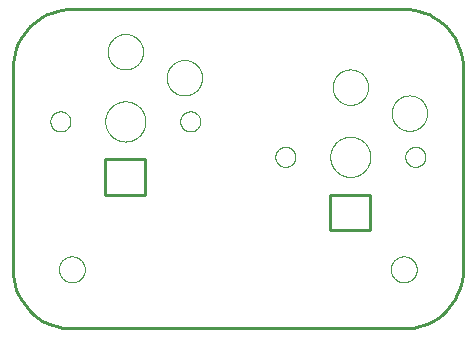
<source format=gko>
G04 EAGLE Gerber RS-274X export*
G75*
%MOMM*%
%FSLAX34Y34*%
%LPD*%
%INBoard Outline*%
%IPPOS*%
%AMOC8*
5,1,8,0,0,1.08239X$1,22.5*%
G01*
G04 Define Apertures*
%ADD10C,0.000000*%
%ADD11C,0.254000*%
D10*
X-151500Y-125250D02*
X-151497Y-124980D01*
X-151487Y-124710D01*
X-151470Y-124441D01*
X-151447Y-124172D01*
X-151417Y-123903D01*
X-151381Y-123636D01*
X-151338Y-123369D01*
X-151289Y-123104D01*
X-151233Y-122840D01*
X-151170Y-122577D01*
X-151102Y-122316D01*
X-151026Y-122057D01*
X-150945Y-121800D01*
X-150857Y-121544D01*
X-150763Y-121291D01*
X-150663Y-121040D01*
X-150556Y-120792D01*
X-150444Y-120547D01*
X-150325Y-120304D01*
X-150201Y-120065D01*
X-150071Y-119828D01*
X-149935Y-119595D01*
X-149793Y-119365D01*
X-149646Y-119139D01*
X-149493Y-118916D01*
X-149335Y-118697D01*
X-149172Y-118482D01*
X-149003Y-118272D01*
X-148829Y-118065D01*
X-148650Y-117863D01*
X-148467Y-117665D01*
X-148278Y-117472D01*
X-148085Y-117283D01*
X-147887Y-117100D01*
X-147685Y-116921D01*
X-147478Y-116747D01*
X-147268Y-116578D01*
X-147053Y-116415D01*
X-146834Y-116257D01*
X-146611Y-116104D01*
X-146385Y-115957D01*
X-146155Y-115815D01*
X-145922Y-115679D01*
X-145685Y-115549D01*
X-145446Y-115425D01*
X-145203Y-115306D01*
X-144958Y-115194D01*
X-144710Y-115087D01*
X-144459Y-114987D01*
X-144206Y-114893D01*
X-143950Y-114805D01*
X-143693Y-114724D01*
X-143434Y-114648D01*
X-143173Y-114580D01*
X-142910Y-114517D01*
X-142646Y-114461D01*
X-142381Y-114412D01*
X-142114Y-114369D01*
X-141847Y-114333D01*
X-141578Y-114303D01*
X-141309Y-114280D01*
X-141040Y-114263D01*
X-140770Y-114253D01*
X-140500Y-114250D01*
X-140230Y-114253D01*
X-139960Y-114263D01*
X-139691Y-114280D01*
X-139422Y-114303D01*
X-139153Y-114333D01*
X-138886Y-114369D01*
X-138619Y-114412D01*
X-138354Y-114461D01*
X-138090Y-114517D01*
X-137827Y-114580D01*
X-137566Y-114648D01*
X-137307Y-114724D01*
X-137050Y-114805D01*
X-136794Y-114893D01*
X-136541Y-114987D01*
X-136290Y-115087D01*
X-136042Y-115194D01*
X-135797Y-115306D01*
X-135554Y-115425D01*
X-135315Y-115549D01*
X-135078Y-115679D01*
X-134845Y-115815D01*
X-134615Y-115957D01*
X-134389Y-116104D01*
X-134166Y-116257D01*
X-133947Y-116415D01*
X-133732Y-116578D01*
X-133522Y-116747D01*
X-133315Y-116921D01*
X-133113Y-117100D01*
X-132915Y-117283D01*
X-132722Y-117472D01*
X-132533Y-117665D01*
X-132350Y-117863D01*
X-132171Y-118065D01*
X-131997Y-118272D01*
X-131828Y-118482D01*
X-131665Y-118697D01*
X-131507Y-118916D01*
X-131354Y-119139D01*
X-131207Y-119365D01*
X-131065Y-119595D01*
X-130929Y-119828D01*
X-130799Y-120065D01*
X-130675Y-120304D01*
X-130556Y-120547D01*
X-130444Y-120792D01*
X-130337Y-121040D01*
X-130237Y-121291D01*
X-130143Y-121544D01*
X-130055Y-121800D01*
X-129974Y-122057D01*
X-129898Y-122316D01*
X-129830Y-122577D01*
X-129767Y-122840D01*
X-129711Y-123104D01*
X-129662Y-123369D01*
X-129619Y-123636D01*
X-129583Y-123903D01*
X-129553Y-124172D01*
X-129530Y-124441D01*
X-129513Y-124710D01*
X-129503Y-124980D01*
X-129500Y-125250D01*
X-129503Y-125520D01*
X-129513Y-125790D01*
X-129530Y-126059D01*
X-129553Y-126328D01*
X-129583Y-126597D01*
X-129619Y-126864D01*
X-129662Y-127131D01*
X-129711Y-127396D01*
X-129767Y-127660D01*
X-129830Y-127923D01*
X-129898Y-128184D01*
X-129974Y-128443D01*
X-130055Y-128700D01*
X-130143Y-128956D01*
X-130237Y-129209D01*
X-130337Y-129460D01*
X-130444Y-129708D01*
X-130556Y-129953D01*
X-130675Y-130196D01*
X-130799Y-130435D01*
X-130929Y-130672D01*
X-131065Y-130905D01*
X-131207Y-131135D01*
X-131354Y-131361D01*
X-131507Y-131584D01*
X-131665Y-131803D01*
X-131828Y-132018D01*
X-131997Y-132228D01*
X-132171Y-132435D01*
X-132350Y-132637D01*
X-132533Y-132835D01*
X-132722Y-133028D01*
X-132915Y-133217D01*
X-133113Y-133400D01*
X-133315Y-133579D01*
X-133522Y-133753D01*
X-133732Y-133922D01*
X-133947Y-134085D01*
X-134166Y-134243D01*
X-134389Y-134396D01*
X-134615Y-134543D01*
X-134845Y-134685D01*
X-135078Y-134821D01*
X-135315Y-134951D01*
X-135554Y-135075D01*
X-135797Y-135194D01*
X-136042Y-135306D01*
X-136290Y-135413D01*
X-136541Y-135513D01*
X-136794Y-135607D01*
X-137050Y-135695D01*
X-137307Y-135776D01*
X-137566Y-135852D01*
X-137827Y-135920D01*
X-138090Y-135983D01*
X-138354Y-136039D01*
X-138619Y-136088D01*
X-138886Y-136131D01*
X-139153Y-136167D01*
X-139422Y-136197D01*
X-139691Y-136220D01*
X-139960Y-136237D01*
X-140230Y-136247D01*
X-140500Y-136250D01*
X-140770Y-136247D01*
X-141040Y-136237D01*
X-141309Y-136220D01*
X-141578Y-136197D01*
X-141847Y-136167D01*
X-142114Y-136131D01*
X-142381Y-136088D01*
X-142646Y-136039D01*
X-142910Y-135983D01*
X-143173Y-135920D01*
X-143434Y-135852D01*
X-143693Y-135776D01*
X-143950Y-135695D01*
X-144206Y-135607D01*
X-144459Y-135513D01*
X-144710Y-135413D01*
X-144958Y-135306D01*
X-145203Y-135194D01*
X-145446Y-135075D01*
X-145685Y-134951D01*
X-145922Y-134821D01*
X-146155Y-134685D01*
X-146385Y-134543D01*
X-146611Y-134396D01*
X-146834Y-134243D01*
X-147053Y-134085D01*
X-147268Y-133922D01*
X-147478Y-133753D01*
X-147685Y-133579D01*
X-147887Y-133400D01*
X-148085Y-133217D01*
X-148278Y-133028D01*
X-148467Y-132835D01*
X-148650Y-132637D01*
X-148829Y-132435D01*
X-149003Y-132228D01*
X-149172Y-132018D01*
X-149335Y-131803D01*
X-149493Y-131584D01*
X-149646Y-131361D01*
X-149793Y-131135D01*
X-149935Y-130905D01*
X-150071Y-130672D01*
X-150201Y-130435D01*
X-150325Y-130196D01*
X-150444Y-129953D01*
X-150556Y-129708D01*
X-150663Y-129460D01*
X-150763Y-129209D01*
X-150857Y-128956D01*
X-150945Y-128700D01*
X-151026Y-128443D01*
X-151102Y-128184D01*
X-151170Y-127923D01*
X-151233Y-127660D01*
X-151289Y-127396D01*
X-151338Y-127131D01*
X-151381Y-126864D01*
X-151417Y-126597D01*
X-151447Y-126328D01*
X-151470Y-126059D01*
X-151487Y-125790D01*
X-151497Y-125520D01*
X-151500Y-125250D01*
X129500Y-125250D02*
X129503Y-124980D01*
X129513Y-124710D01*
X129530Y-124441D01*
X129553Y-124172D01*
X129583Y-123903D01*
X129619Y-123636D01*
X129662Y-123369D01*
X129711Y-123104D01*
X129767Y-122840D01*
X129830Y-122577D01*
X129898Y-122316D01*
X129974Y-122057D01*
X130055Y-121800D01*
X130143Y-121544D01*
X130237Y-121291D01*
X130337Y-121040D01*
X130444Y-120792D01*
X130556Y-120547D01*
X130675Y-120304D01*
X130799Y-120065D01*
X130929Y-119828D01*
X131065Y-119595D01*
X131207Y-119365D01*
X131354Y-119139D01*
X131507Y-118916D01*
X131665Y-118697D01*
X131828Y-118482D01*
X131997Y-118272D01*
X132171Y-118065D01*
X132350Y-117863D01*
X132533Y-117665D01*
X132722Y-117472D01*
X132915Y-117283D01*
X133113Y-117100D01*
X133315Y-116921D01*
X133522Y-116747D01*
X133732Y-116578D01*
X133947Y-116415D01*
X134166Y-116257D01*
X134389Y-116104D01*
X134615Y-115957D01*
X134845Y-115815D01*
X135078Y-115679D01*
X135315Y-115549D01*
X135554Y-115425D01*
X135797Y-115306D01*
X136042Y-115194D01*
X136290Y-115087D01*
X136541Y-114987D01*
X136794Y-114893D01*
X137050Y-114805D01*
X137307Y-114724D01*
X137566Y-114648D01*
X137827Y-114580D01*
X138090Y-114517D01*
X138354Y-114461D01*
X138619Y-114412D01*
X138886Y-114369D01*
X139153Y-114333D01*
X139422Y-114303D01*
X139691Y-114280D01*
X139960Y-114263D01*
X140230Y-114253D01*
X140500Y-114250D01*
X140770Y-114253D01*
X141040Y-114263D01*
X141309Y-114280D01*
X141578Y-114303D01*
X141847Y-114333D01*
X142114Y-114369D01*
X142381Y-114412D01*
X142646Y-114461D01*
X142910Y-114517D01*
X143173Y-114580D01*
X143434Y-114648D01*
X143693Y-114724D01*
X143950Y-114805D01*
X144206Y-114893D01*
X144459Y-114987D01*
X144710Y-115087D01*
X144958Y-115194D01*
X145203Y-115306D01*
X145446Y-115425D01*
X145685Y-115549D01*
X145922Y-115679D01*
X146155Y-115815D01*
X146385Y-115957D01*
X146611Y-116104D01*
X146834Y-116257D01*
X147053Y-116415D01*
X147268Y-116578D01*
X147478Y-116747D01*
X147685Y-116921D01*
X147887Y-117100D01*
X148085Y-117283D01*
X148278Y-117472D01*
X148467Y-117665D01*
X148650Y-117863D01*
X148829Y-118065D01*
X149003Y-118272D01*
X149172Y-118482D01*
X149335Y-118697D01*
X149493Y-118916D01*
X149646Y-119139D01*
X149793Y-119365D01*
X149935Y-119595D01*
X150071Y-119828D01*
X150201Y-120065D01*
X150325Y-120304D01*
X150444Y-120547D01*
X150556Y-120792D01*
X150663Y-121040D01*
X150763Y-121291D01*
X150857Y-121544D01*
X150945Y-121800D01*
X151026Y-122057D01*
X151102Y-122316D01*
X151170Y-122577D01*
X151233Y-122840D01*
X151289Y-123104D01*
X151338Y-123369D01*
X151381Y-123636D01*
X151417Y-123903D01*
X151447Y-124172D01*
X151470Y-124441D01*
X151487Y-124710D01*
X151497Y-124980D01*
X151500Y-125250D01*
X151497Y-125520D01*
X151487Y-125790D01*
X151470Y-126059D01*
X151447Y-126328D01*
X151417Y-126597D01*
X151381Y-126864D01*
X151338Y-127131D01*
X151289Y-127396D01*
X151233Y-127660D01*
X151170Y-127923D01*
X151102Y-128184D01*
X151026Y-128443D01*
X150945Y-128700D01*
X150857Y-128956D01*
X150763Y-129209D01*
X150663Y-129460D01*
X150556Y-129708D01*
X150444Y-129953D01*
X150325Y-130196D01*
X150201Y-130435D01*
X150071Y-130672D01*
X149935Y-130905D01*
X149793Y-131135D01*
X149646Y-131361D01*
X149493Y-131584D01*
X149335Y-131803D01*
X149172Y-132018D01*
X149003Y-132228D01*
X148829Y-132435D01*
X148650Y-132637D01*
X148467Y-132835D01*
X148278Y-133028D01*
X148085Y-133217D01*
X147887Y-133400D01*
X147685Y-133579D01*
X147478Y-133753D01*
X147268Y-133922D01*
X147053Y-134085D01*
X146834Y-134243D01*
X146611Y-134396D01*
X146385Y-134543D01*
X146155Y-134685D01*
X145922Y-134821D01*
X145685Y-134951D01*
X145446Y-135075D01*
X145203Y-135194D01*
X144958Y-135306D01*
X144710Y-135413D01*
X144459Y-135513D01*
X144206Y-135607D01*
X143950Y-135695D01*
X143693Y-135776D01*
X143434Y-135852D01*
X143173Y-135920D01*
X142910Y-135983D01*
X142646Y-136039D01*
X142381Y-136088D01*
X142114Y-136131D01*
X141847Y-136167D01*
X141578Y-136197D01*
X141309Y-136220D01*
X141040Y-136237D01*
X140770Y-136247D01*
X140500Y-136250D01*
X140230Y-136247D01*
X139960Y-136237D01*
X139691Y-136220D01*
X139422Y-136197D01*
X139153Y-136167D01*
X138886Y-136131D01*
X138619Y-136088D01*
X138354Y-136039D01*
X138090Y-135983D01*
X137827Y-135920D01*
X137566Y-135852D01*
X137307Y-135776D01*
X137050Y-135695D01*
X136794Y-135607D01*
X136541Y-135513D01*
X136290Y-135413D01*
X136042Y-135306D01*
X135797Y-135194D01*
X135554Y-135075D01*
X135315Y-134951D01*
X135078Y-134821D01*
X134845Y-134685D01*
X134615Y-134543D01*
X134389Y-134396D01*
X134166Y-134243D01*
X133947Y-134085D01*
X133732Y-133922D01*
X133522Y-133753D01*
X133315Y-133579D01*
X133113Y-133400D01*
X132915Y-133217D01*
X132722Y-133028D01*
X132533Y-132835D01*
X132350Y-132637D01*
X132171Y-132435D01*
X131997Y-132228D01*
X131828Y-132018D01*
X131665Y-131803D01*
X131507Y-131584D01*
X131354Y-131361D01*
X131207Y-131135D01*
X131065Y-130905D01*
X130929Y-130672D01*
X130799Y-130435D01*
X130675Y-130196D01*
X130556Y-129953D01*
X130444Y-129708D01*
X130337Y-129460D01*
X130237Y-129209D01*
X130143Y-128956D01*
X130055Y-128700D01*
X129974Y-128443D01*
X129898Y-128184D01*
X129830Y-127923D01*
X129767Y-127660D01*
X129711Y-127396D01*
X129662Y-127131D01*
X129619Y-126864D01*
X129583Y-126597D01*
X129553Y-126328D01*
X129530Y-126059D01*
X129513Y-125790D01*
X129503Y-125520D01*
X129500Y-125250D01*
X-140500Y95250D02*
X-141708Y95235D01*
X-142916Y95192D01*
X-144122Y95119D01*
X-145326Y95017D01*
X-146527Y94885D01*
X-147724Y94725D01*
X-148918Y94536D01*
X-150106Y94319D01*
X-151289Y94072D01*
X-152466Y93797D01*
X-153635Y93494D01*
X-154797Y93162D01*
X-155951Y92803D01*
X-157095Y92416D01*
X-158230Y92001D01*
X-159355Y91559D01*
X-160468Y91090D01*
X-161570Y90594D01*
X-162660Y90071D01*
X-163736Y89523D01*
X-164799Y88948D01*
X-165848Y88348D01*
X-166882Y87723D01*
X-167901Y87074D01*
X-168903Y86399D01*
X-169889Y85701D01*
X-170858Y84979D01*
X-171809Y84234D01*
X-172742Y83466D01*
X-173656Y82676D01*
X-174551Y81863D01*
X-175426Y81030D01*
X-176280Y80176D01*
X-177113Y79301D01*
X-177926Y78406D01*
X-178716Y77492D01*
X-179484Y76559D01*
X-180229Y75608D01*
X-180951Y74639D01*
X-181649Y73653D01*
X-182324Y72651D01*
X-182973Y71632D01*
X-183598Y70598D01*
X-184198Y69549D01*
X-184773Y68486D01*
X-185321Y67410D01*
X-185844Y66320D01*
X-186340Y65218D01*
X-186809Y64105D01*
X-187251Y62980D01*
X-187666Y61845D01*
X-188053Y60701D01*
X-188412Y59547D01*
X-188744Y58385D01*
X-189047Y57216D01*
X-189322Y56039D01*
X-189569Y54856D01*
X-189786Y53668D01*
X-189975Y52474D01*
X-190135Y51277D01*
X-190267Y50076D01*
X-190369Y48872D01*
X-190442Y47666D01*
X-190485Y46458D01*
X-190500Y45250D01*
X-190500Y-125250D01*
X-190485Y-126458D01*
X-190442Y-127666D01*
X-190369Y-128872D01*
X-190267Y-130076D01*
X-190135Y-131277D01*
X-189975Y-132474D01*
X-189786Y-133668D01*
X-189569Y-134856D01*
X-189322Y-136039D01*
X-189047Y-137216D01*
X-188744Y-138385D01*
X-188412Y-139547D01*
X-188053Y-140701D01*
X-187666Y-141845D01*
X-187251Y-142980D01*
X-186809Y-144105D01*
X-186340Y-145218D01*
X-185844Y-146320D01*
X-185321Y-147410D01*
X-184773Y-148486D01*
X-184198Y-149549D01*
X-183598Y-150598D01*
X-182973Y-151632D01*
X-182324Y-152651D01*
X-181649Y-153653D01*
X-180951Y-154639D01*
X-180229Y-155608D01*
X-179484Y-156559D01*
X-178716Y-157492D01*
X-177926Y-158406D01*
X-177113Y-159301D01*
X-176280Y-160176D01*
X-175426Y-161030D01*
X-174551Y-161863D01*
X-173656Y-162676D01*
X-172742Y-163466D01*
X-171809Y-164234D01*
X-170858Y-164979D01*
X-169889Y-165701D01*
X-168903Y-166399D01*
X-167901Y-167074D01*
X-166882Y-167723D01*
X-165848Y-168348D01*
X-164799Y-168948D01*
X-163736Y-169523D01*
X-162660Y-170071D01*
X-161570Y-170594D01*
X-160468Y-171090D01*
X-159355Y-171559D01*
X-158230Y-172001D01*
X-157095Y-172416D01*
X-155951Y-172803D01*
X-154797Y-173162D01*
X-153635Y-173494D01*
X-152466Y-173797D01*
X-151289Y-174072D01*
X-150106Y-174319D01*
X-148918Y-174536D01*
X-147724Y-174725D01*
X-146527Y-174885D01*
X-145326Y-175017D01*
X-144122Y-175119D01*
X-142916Y-175192D01*
X-141708Y-175235D01*
X-140500Y-175250D01*
X140500Y-175250D01*
X141708Y-175235D01*
X142916Y-175192D01*
X144122Y-175119D01*
X145326Y-175017D01*
X146527Y-174885D01*
X147724Y-174725D01*
X148918Y-174536D01*
X150106Y-174319D01*
X151289Y-174072D01*
X152466Y-173797D01*
X153635Y-173494D01*
X154797Y-173162D01*
X155951Y-172803D01*
X157095Y-172416D01*
X158230Y-172001D01*
X159355Y-171559D01*
X160468Y-171090D01*
X161570Y-170594D01*
X162660Y-170071D01*
X163736Y-169523D01*
X164799Y-168948D01*
X165848Y-168348D01*
X166882Y-167723D01*
X167901Y-167074D01*
X168903Y-166399D01*
X169889Y-165701D01*
X170858Y-164979D01*
X171809Y-164234D01*
X172742Y-163466D01*
X173656Y-162676D01*
X174551Y-161863D01*
X175426Y-161030D01*
X176280Y-160176D01*
X177113Y-159301D01*
X177926Y-158406D01*
X178716Y-157492D01*
X179484Y-156559D01*
X180229Y-155608D01*
X180951Y-154639D01*
X181649Y-153653D01*
X182324Y-152651D01*
X182973Y-151632D01*
X183598Y-150598D01*
X184198Y-149549D01*
X184773Y-148486D01*
X185321Y-147410D01*
X185844Y-146320D01*
X186340Y-145218D01*
X186809Y-144105D01*
X187251Y-142980D01*
X187666Y-141845D01*
X188053Y-140701D01*
X188412Y-139547D01*
X188744Y-138385D01*
X189047Y-137216D01*
X189322Y-136039D01*
X189569Y-134856D01*
X189786Y-133668D01*
X189975Y-132474D01*
X190135Y-131277D01*
X190267Y-130076D01*
X190369Y-128872D01*
X190442Y-127666D01*
X190485Y-126458D01*
X190500Y-125250D01*
X190500Y45250D01*
X190485Y46458D01*
X190442Y47666D01*
X190369Y48872D01*
X190267Y50076D01*
X190135Y51277D01*
X189975Y52474D01*
X189786Y53668D01*
X189569Y54856D01*
X189322Y56039D01*
X189047Y57216D01*
X188744Y58385D01*
X188412Y59547D01*
X188053Y60701D01*
X187666Y61845D01*
X187251Y62980D01*
X186809Y64105D01*
X186340Y65218D01*
X185844Y66320D01*
X185321Y67410D01*
X184773Y68486D01*
X184198Y69549D01*
X183598Y70598D01*
X182973Y71632D01*
X182324Y72651D01*
X181649Y73653D01*
X180951Y74639D01*
X180229Y75608D01*
X179484Y76559D01*
X178716Y77492D01*
X177926Y78406D01*
X177113Y79301D01*
X176280Y80176D01*
X175426Y81030D01*
X174551Y81863D01*
X173656Y82676D01*
X172742Y83466D01*
X171809Y84234D01*
X170858Y84979D01*
X169889Y85701D01*
X168903Y86399D01*
X167901Y87074D01*
X166882Y87723D01*
X165848Y88348D01*
X164799Y88948D01*
X163736Y89523D01*
X162660Y90071D01*
X161570Y90594D01*
X160468Y91090D01*
X159355Y91559D01*
X158230Y92001D01*
X157095Y92416D01*
X155951Y92803D01*
X154797Y93162D01*
X153635Y93494D01*
X152466Y93797D01*
X151289Y94072D01*
X150106Y94319D01*
X148918Y94536D01*
X147724Y94725D01*
X146527Y94885D01*
X145326Y95017D01*
X144122Y95119D01*
X142916Y95192D01*
X141708Y95235D01*
X140500Y95250D01*
X-140500Y95250D01*
X-112250Y-32000D02*
X-78250Y-32000D01*
X-112250Y-32000D02*
X-112250Y-62000D01*
X-78250Y-62000D01*
X-78250Y-32000D01*
X78250Y-62000D02*
X112250Y-62000D01*
X78250Y-62000D02*
X78250Y-92000D01*
X112250Y-92000D01*
X112250Y-62000D01*
X-112250Y0D02*
X-112245Y417D01*
X-112230Y834D01*
X-112204Y1251D01*
X-112168Y1666D01*
X-112122Y2081D01*
X-112066Y2494D01*
X-112000Y2906D01*
X-111923Y3317D01*
X-111837Y3725D01*
X-111741Y4131D01*
X-111634Y4534D01*
X-111518Y4935D01*
X-111392Y5333D01*
X-111256Y5727D01*
X-111111Y6118D01*
X-110956Y6506D01*
X-110792Y6889D01*
X-110618Y7268D01*
X-110435Y7643D01*
X-110243Y8014D01*
X-110041Y8379D01*
X-109831Y8740D01*
X-109613Y9095D01*
X-109385Y9445D01*
X-109149Y9789D01*
X-108905Y10127D01*
X-108652Y10459D01*
X-108391Y10785D01*
X-108123Y11104D01*
X-107846Y11417D01*
X-107562Y11722D01*
X-107271Y12021D01*
X-106972Y12312D01*
X-106667Y12596D01*
X-106354Y12873D01*
X-106035Y13141D01*
X-105709Y13402D01*
X-105377Y13655D01*
X-105039Y13899D01*
X-104695Y14135D01*
X-104345Y14363D01*
X-103990Y14581D01*
X-103629Y14791D01*
X-103264Y14993D01*
X-102893Y15185D01*
X-102518Y15368D01*
X-102139Y15542D01*
X-101756Y15706D01*
X-101368Y15861D01*
X-100977Y16006D01*
X-100583Y16142D01*
X-100185Y16268D01*
X-99784Y16384D01*
X-99381Y16491D01*
X-98975Y16587D01*
X-98567Y16673D01*
X-98156Y16750D01*
X-97744Y16816D01*
X-97331Y16872D01*
X-96916Y16918D01*
X-96501Y16954D01*
X-96084Y16980D01*
X-95667Y16995D01*
X-95250Y17000D01*
X-94833Y16995D01*
X-94416Y16980D01*
X-93999Y16954D01*
X-93584Y16918D01*
X-93169Y16872D01*
X-92756Y16816D01*
X-92344Y16750D01*
X-91933Y16673D01*
X-91525Y16587D01*
X-91119Y16491D01*
X-90716Y16384D01*
X-90315Y16268D01*
X-89917Y16142D01*
X-89523Y16006D01*
X-89132Y15861D01*
X-88744Y15706D01*
X-88361Y15542D01*
X-87982Y15368D01*
X-87607Y15185D01*
X-87236Y14993D01*
X-86871Y14791D01*
X-86510Y14581D01*
X-86155Y14363D01*
X-85805Y14135D01*
X-85461Y13899D01*
X-85123Y13655D01*
X-84791Y13402D01*
X-84465Y13141D01*
X-84146Y12873D01*
X-83833Y12596D01*
X-83528Y12312D01*
X-83229Y12021D01*
X-82938Y11722D01*
X-82654Y11417D01*
X-82377Y11104D01*
X-82109Y10785D01*
X-81848Y10459D01*
X-81595Y10127D01*
X-81351Y9789D01*
X-81115Y9445D01*
X-80887Y9095D01*
X-80669Y8740D01*
X-80459Y8379D01*
X-80257Y8014D01*
X-80065Y7643D01*
X-79882Y7268D01*
X-79708Y6889D01*
X-79544Y6506D01*
X-79389Y6118D01*
X-79244Y5727D01*
X-79108Y5333D01*
X-78982Y4935D01*
X-78866Y4534D01*
X-78759Y4131D01*
X-78663Y3725D01*
X-78577Y3317D01*
X-78500Y2906D01*
X-78434Y2494D01*
X-78378Y2081D01*
X-78332Y1666D01*
X-78296Y1251D01*
X-78270Y834D01*
X-78255Y417D01*
X-78250Y0D01*
X-78255Y-417D01*
X-78270Y-834D01*
X-78296Y-1251D01*
X-78332Y-1666D01*
X-78378Y-2081D01*
X-78434Y-2494D01*
X-78500Y-2906D01*
X-78577Y-3317D01*
X-78663Y-3725D01*
X-78759Y-4131D01*
X-78866Y-4534D01*
X-78982Y-4935D01*
X-79108Y-5333D01*
X-79244Y-5727D01*
X-79389Y-6118D01*
X-79544Y-6506D01*
X-79708Y-6889D01*
X-79882Y-7268D01*
X-80065Y-7643D01*
X-80257Y-8014D01*
X-80459Y-8379D01*
X-80669Y-8740D01*
X-80887Y-9095D01*
X-81115Y-9445D01*
X-81351Y-9789D01*
X-81595Y-10127D01*
X-81848Y-10459D01*
X-82109Y-10785D01*
X-82377Y-11104D01*
X-82654Y-11417D01*
X-82938Y-11722D01*
X-83229Y-12021D01*
X-83528Y-12312D01*
X-83833Y-12596D01*
X-84146Y-12873D01*
X-84465Y-13141D01*
X-84791Y-13402D01*
X-85123Y-13655D01*
X-85461Y-13899D01*
X-85805Y-14135D01*
X-86155Y-14363D01*
X-86510Y-14581D01*
X-86871Y-14791D01*
X-87236Y-14993D01*
X-87607Y-15185D01*
X-87982Y-15368D01*
X-88361Y-15542D01*
X-88744Y-15706D01*
X-89132Y-15861D01*
X-89523Y-16006D01*
X-89917Y-16142D01*
X-90315Y-16268D01*
X-90716Y-16384D01*
X-91119Y-16491D01*
X-91525Y-16587D01*
X-91933Y-16673D01*
X-92344Y-16750D01*
X-92756Y-16816D01*
X-93169Y-16872D01*
X-93584Y-16918D01*
X-93999Y-16954D01*
X-94416Y-16980D01*
X-94833Y-16995D01*
X-95250Y-17000D01*
X-95667Y-16995D01*
X-96084Y-16980D01*
X-96501Y-16954D01*
X-96916Y-16918D01*
X-97331Y-16872D01*
X-97744Y-16816D01*
X-98156Y-16750D01*
X-98567Y-16673D01*
X-98975Y-16587D01*
X-99381Y-16491D01*
X-99784Y-16384D01*
X-100185Y-16268D01*
X-100583Y-16142D01*
X-100977Y-16006D01*
X-101368Y-15861D01*
X-101756Y-15706D01*
X-102139Y-15542D01*
X-102518Y-15368D01*
X-102893Y-15185D01*
X-103264Y-14993D01*
X-103629Y-14791D01*
X-103990Y-14581D01*
X-104345Y-14363D01*
X-104695Y-14135D01*
X-105039Y-13899D01*
X-105377Y-13655D01*
X-105709Y-13402D01*
X-106035Y-13141D01*
X-106354Y-12873D01*
X-106667Y-12596D01*
X-106972Y-12312D01*
X-107271Y-12021D01*
X-107562Y-11722D01*
X-107846Y-11417D01*
X-108123Y-11104D01*
X-108391Y-10785D01*
X-108652Y-10459D01*
X-108905Y-10127D01*
X-109149Y-9789D01*
X-109385Y-9445D01*
X-109613Y-9095D01*
X-109831Y-8740D01*
X-110041Y-8379D01*
X-110243Y-8014D01*
X-110435Y-7643D01*
X-110618Y-7268D01*
X-110792Y-6889D01*
X-110956Y-6506D01*
X-111111Y-6118D01*
X-111256Y-5727D01*
X-111392Y-5333D01*
X-111518Y-4935D01*
X-111634Y-4534D01*
X-111741Y-4131D01*
X-111837Y-3725D01*
X-111923Y-3317D01*
X-112000Y-2906D01*
X-112066Y-2494D01*
X-112122Y-2081D01*
X-112168Y-1666D01*
X-112204Y-1251D01*
X-112230Y-834D01*
X-112245Y-417D01*
X-112250Y0D01*
X-158750Y0D02*
X-158747Y209D01*
X-158740Y417D01*
X-158727Y625D01*
X-158709Y833D01*
X-158686Y1040D01*
X-158658Y1247D01*
X-158625Y1453D01*
X-158587Y1658D01*
X-158543Y1862D01*
X-158495Y2065D01*
X-158442Y2267D01*
X-158384Y2467D01*
X-158321Y2666D01*
X-158253Y2864D01*
X-158180Y3059D01*
X-158103Y3253D01*
X-158021Y3445D01*
X-157934Y3634D01*
X-157842Y3822D01*
X-157746Y4007D01*
X-157646Y4190D01*
X-157541Y4370D01*
X-157431Y4547D01*
X-157317Y4722D01*
X-157199Y4894D01*
X-157077Y5063D01*
X-156951Y5229D01*
X-156821Y5392D01*
X-156686Y5552D01*
X-156548Y5708D01*
X-156406Y5861D01*
X-156260Y6010D01*
X-156111Y6156D01*
X-155958Y6298D01*
X-155802Y6436D01*
X-155642Y6571D01*
X-155479Y6701D01*
X-155313Y6827D01*
X-155144Y6949D01*
X-154972Y7067D01*
X-154797Y7181D01*
X-154620Y7291D01*
X-154440Y7396D01*
X-154257Y7496D01*
X-154072Y7592D01*
X-153884Y7684D01*
X-153695Y7771D01*
X-153503Y7853D01*
X-153309Y7930D01*
X-153114Y8003D01*
X-152916Y8071D01*
X-152717Y8134D01*
X-152517Y8192D01*
X-152315Y8245D01*
X-152112Y8293D01*
X-151908Y8337D01*
X-151703Y8375D01*
X-151497Y8408D01*
X-151290Y8436D01*
X-151083Y8459D01*
X-150875Y8477D01*
X-150667Y8490D01*
X-150459Y8497D01*
X-150250Y8500D01*
X-150041Y8497D01*
X-149833Y8490D01*
X-149625Y8477D01*
X-149417Y8459D01*
X-149210Y8436D01*
X-149003Y8408D01*
X-148797Y8375D01*
X-148592Y8337D01*
X-148388Y8293D01*
X-148185Y8245D01*
X-147983Y8192D01*
X-147783Y8134D01*
X-147584Y8071D01*
X-147386Y8003D01*
X-147191Y7930D01*
X-146997Y7853D01*
X-146805Y7771D01*
X-146616Y7684D01*
X-146428Y7592D01*
X-146243Y7496D01*
X-146060Y7396D01*
X-145880Y7291D01*
X-145703Y7181D01*
X-145528Y7067D01*
X-145356Y6949D01*
X-145187Y6827D01*
X-145021Y6701D01*
X-144858Y6571D01*
X-144698Y6436D01*
X-144542Y6298D01*
X-144389Y6156D01*
X-144240Y6010D01*
X-144094Y5861D01*
X-143952Y5708D01*
X-143814Y5552D01*
X-143679Y5392D01*
X-143549Y5229D01*
X-143423Y5063D01*
X-143301Y4894D01*
X-143183Y4722D01*
X-143069Y4547D01*
X-142959Y4370D01*
X-142854Y4190D01*
X-142754Y4007D01*
X-142658Y3822D01*
X-142566Y3634D01*
X-142479Y3445D01*
X-142397Y3253D01*
X-142320Y3059D01*
X-142247Y2864D01*
X-142179Y2666D01*
X-142116Y2467D01*
X-142058Y2267D01*
X-142005Y2065D01*
X-141957Y1862D01*
X-141913Y1658D01*
X-141875Y1453D01*
X-141842Y1247D01*
X-141814Y1040D01*
X-141791Y833D01*
X-141773Y625D01*
X-141760Y417D01*
X-141753Y209D01*
X-141750Y0D01*
X-141753Y-209D01*
X-141760Y-417D01*
X-141773Y-625D01*
X-141791Y-833D01*
X-141814Y-1040D01*
X-141842Y-1247D01*
X-141875Y-1453D01*
X-141913Y-1658D01*
X-141957Y-1862D01*
X-142005Y-2065D01*
X-142058Y-2267D01*
X-142116Y-2467D01*
X-142179Y-2666D01*
X-142247Y-2864D01*
X-142320Y-3059D01*
X-142397Y-3253D01*
X-142479Y-3445D01*
X-142566Y-3634D01*
X-142658Y-3822D01*
X-142754Y-4007D01*
X-142854Y-4190D01*
X-142959Y-4370D01*
X-143069Y-4547D01*
X-143183Y-4722D01*
X-143301Y-4894D01*
X-143423Y-5063D01*
X-143549Y-5229D01*
X-143679Y-5392D01*
X-143814Y-5552D01*
X-143952Y-5708D01*
X-144094Y-5861D01*
X-144240Y-6010D01*
X-144389Y-6156D01*
X-144542Y-6298D01*
X-144698Y-6436D01*
X-144858Y-6571D01*
X-145021Y-6701D01*
X-145187Y-6827D01*
X-145356Y-6949D01*
X-145528Y-7067D01*
X-145703Y-7181D01*
X-145880Y-7291D01*
X-146060Y-7396D01*
X-146243Y-7496D01*
X-146428Y-7592D01*
X-146616Y-7684D01*
X-146805Y-7771D01*
X-146997Y-7853D01*
X-147191Y-7930D01*
X-147386Y-8003D01*
X-147584Y-8071D01*
X-147783Y-8134D01*
X-147983Y-8192D01*
X-148185Y-8245D01*
X-148388Y-8293D01*
X-148592Y-8337D01*
X-148797Y-8375D01*
X-149003Y-8408D01*
X-149210Y-8436D01*
X-149417Y-8459D01*
X-149625Y-8477D01*
X-149833Y-8490D01*
X-150041Y-8497D01*
X-150250Y-8500D01*
X-150459Y-8497D01*
X-150667Y-8490D01*
X-150875Y-8477D01*
X-151083Y-8459D01*
X-151290Y-8436D01*
X-151497Y-8408D01*
X-151703Y-8375D01*
X-151908Y-8337D01*
X-152112Y-8293D01*
X-152315Y-8245D01*
X-152517Y-8192D01*
X-152717Y-8134D01*
X-152916Y-8071D01*
X-153114Y-8003D01*
X-153309Y-7930D01*
X-153503Y-7853D01*
X-153695Y-7771D01*
X-153884Y-7684D01*
X-154072Y-7592D01*
X-154257Y-7496D01*
X-154440Y-7396D01*
X-154620Y-7291D01*
X-154797Y-7181D01*
X-154972Y-7067D01*
X-155144Y-6949D01*
X-155313Y-6827D01*
X-155479Y-6701D01*
X-155642Y-6571D01*
X-155802Y-6436D01*
X-155958Y-6298D01*
X-156111Y-6156D01*
X-156260Y-6010D01*
X-156406Y-5861D01*
X-156548Y-5708D01*
X-156686Y-5552D01*
X-156821Y-5392D01*
X-156951Y-5229D01*
X-157077Y-5063D01*
X-157199Y-4894D01*
X-157317Y-4722D01*
X-157431Y-4547D01*
X-157541Y-4370D01*
X-157646Y-4190D01*
X-157746Y-4007D01*
X-157842Y-3822D01*
X-157934Y-3634D01*
X-158021Y-3445D01*
X-158103Y-3253D01*
X-158180Y-3059D01*
X-158253Y-2864D01*
X-158321Y-2666D01*
X-158384Y-2467D01*
X-158442Y-2267D01*
X-158495Y-2065D01*
X-158543Y-1862D01*
X-158587Y-1658D01*
X-158625Y-1453D01*
X-158658Y-1247D01*
X-158686Y-1040D01*
X-158709Y-833D01*
X-158727Y-625D01*
X-158740Y-417D01*
X-158747Y-209D01*
X-158750Y0D01*
X-48750Y0D02*
X-48747Y209D01*
X-48740Y417D01*
X-48727Y625D01*
X-48709Y833D01*
X-48686Y1040D01*
X-48658Y1247D01*
X-48625Y1453D01*
X-48587Y1658D01*
X-48543Y1862D01*
X-48495Y2065D01*
X-48442Y2267D01*
X-48384Y2467D01*
X-48321Y2666D01*
X-48253Y2864D01*
X-48180Y3059D01*
X-48103Y3253D01*
X-48021Y3445D01*
X-47934Y3634D01*
X-47842Y3822D01*
X-47746Y4007D01*
X-47646Y4190D01*
X-47541Y4370D01*
X-47431Y4547D01*
X-47317Y4722D01*
X-47199Y4894D01*
X-47077Y5063D01*
X-46951Y5229D01*
X-46821Y5392D01*
X-46686Y5552D01*
X-46548Y5708D01*
X-46406Y5861D01*
X-46260Y6010D01*
X-46111Y6156D01*
X-45958Y6298D01*
X-45802Y6436D01*
X-45642Y6571D01*
X-45479Y6701D01*
X-45313Y6827D01*
X-45144Y6949D01*
X-44972Y7067D01*
X-44797Y7181D01*
X-44620Y7291D01*
X-44440Y7396D01*
X-44257Y7496D01*
X-44072Y7592D01*
X-43884Y7684D01*
X-43695Y7771D01*
X-43503Y7853D01*
X-43309Y7930D01*
X-43114Y8003D01*
X-42916Y8071D01*
X-42717Y8134D01*
X-42517Y8192D01*
X-42315Y8245D01*
X-42112Y8293D01*
X-41908Y8337D01*
X-41703Y8375D01*
X-41497Y8408D01*
X-41290Y8436D01*
X-41083Y8459D01*
X-40875Y8477D01*
X-40667Y8490D01*
X-40459Y8497D01*
X-40250Y8500D01*
X-40041Y8497D01*
X-39833Y8490D01*
X-39625Y8477D01*
X-39417Y8459D01*
X-39210Y8436D01*
X-39003Y8408D01*
X-38797Y8375D01*
X-38592Y8337D01*
X-38388Y8293D01*
X-38185Y8245D01*
X-37983Y8192D01*
X-37783Y8134D01*
X-37584Y8071D01*
X-37386Y8003D01*
X-37191Y7930D01*
X-36997Y7853D01*
X-36805Y7771D01*
X-36616Y7684D01*
X-36428Y7592D01*
X-36243Y7496D01*
X-36060Y7396D01*
X-35880Y7291D01*
X-35703Y7181D01*
X-35528Y7067D01*
X-35356Y6949D01*
X-35187Y6827D01*
X-35021Y6701D01*
X-34858Y6571D01*
X-34698Y6436D01*
X-34542Y6298D01*
X-34389Y6156D01*
X-34240Y6010D01*
X-34094Y5861D01*
X-33952Y5708D01*
X-33814Y5552D01*
X-33679Y5392D01*
X-33549Y5229D01*
X-33423Y5063D01*
X-33301Y4894D01*
X-33183Y4722D01*
X-33069Y4547D01*
X-32959Y4370D01*
X-32854Y4190D01*
X-32754Y4007D01*
X-32658Y3822D01*
X-32566Y3634D01*
X-32479Y3445D01*
X-32397Y3253D01*
X-32320Y3059D01*
X-32247Y2864D01*
X-32179Y2666D01*
X-32116Y2467D01*
X-32058Y2267D01*
X-32005Y2065D01*
X-31957Y1862D01*
X-31913Y1658D01*
X-31875Y1453D01*
X-31842Y1247D01*
X-31814Y1040D01*
X-31791Y833D01*
X-31773Y625D01*
X-31760Y417D01*
X-31753Y209D01*
X-31750Y0D01*
X-31753Y-209D01*
X-31760Y-417D01*
X-31773Y-625D01*
X-31791Y-833D01*
X-31814Y-1040D01*
X-31842Y-1247D01*
X-31875Y-1453D01*
X-31913Y-1658D01*
X-31957Y-1862D01*
X-32005Y-2065D01*
X-32058Y-2267D01*
X-32116Y-2467D01*
X-32179Y-2666D01*
X-32247Y-2864D01*
X-32320Y-3059D01*
X-32397Y-3253D01*
X-32479Y-3445D01*
X-32566Y-3634D01*
X-32658Y-3822D01*
X-32754Y-4007D01*
X-32854Y-4190D01*
X-32959Y-4370D01*
X-33069Y-4547D01*
X-33183Y-4722D01*
X-33301Y-4894D01*
X-33423Y-5063D01*
X-33549Y-5229D01*
X-33679Y-5392D01*
X-33814Y-5552D01*
X-33952Y-5708D01*
X-34094Y-5861D01*
X-34240Y-6010D01*
X-34389Y-6156D01*
X-34542Y-6298D01*
X-34698Y-6436D01*
X-34858Y-6571D01*
X-35021Y-6701D01*
X-35187Y-6827D01*
X-35356Y-6949D01*
X-35528Y-7067D01*
X-35703Y-7181D01*
X-35880Y-7291D01*
X-36060Y-7396D01*
X-36243Y-7496D01*
X-36428Y-7592D01*
X-36616Y-7684D01*
X-36805Y-7771D01*
X-36997Y-7853D01*
X-37191Y-7930D01*
X-37386Y-8003D01*
X-37584Y-8071D01*
X-37783Y-8134D01*
X-37983Y-8192D01*
X-38185Y-8245D01*
X-38388Y-8293D01*
X-38592Y-8337D01*
X-38797Y-8375D01*
X-39003Y-8408D01*
X-39210Y-8436D01*
X-39417Y-8459D01*
X-39625Y-8477D01*
X-39833Y-8490D01*
X-40041Y-8497D01*
X-40250Y-8500D01*
X-40459Y-8497D01*
X-40667Y-8490D01*
X-40875Y-8477D01*
X-41083Y-8459D01*
X-41290Y-8436D01*
X-41497Y-8408D01*
X-41703Y-8375D01*
X-41908Y-8337D01*
X-42112Y-8293D01*
X-42315Y-8245D01*
X-42517Y-8192D01*
X-42717Y-8134D01*
X-42916Y-8071D01*
X-43114Y-8003D01*
X-43309Y-7930D01*
X-43503Y-7853D01*
X-43695Y-7771D01*
X-43884Y-7684D01*
X-44072Y-7592D01*
X-44257Y-7496D01*
X-44440Y-7396D01*
X-44620Y-7291D01*
X-44797Y-7181D01*
X-44972Y-7067D01*
X-45144Y-6949D01*
X-45313Y-6827D01*
X-45479Y-6701D01*
X-45642Y-6571D01*
X-45802Y-6436D01*
X-45958Y-6298D01*
X-46111Y-6156D01*
X-46260Y-6010D01*
X-46406Y-5861D01*
X-46548Y-5708D01*
X-46686Y-5552D01*
X-46821Y-5392D01*
X-46951Y-5229D01*
X-47077Y-5063D01*
X-47199Y-4894D01*
X-47317Y-4722D01*
X-47431Y-4547D01*
X-47541Y-4370D01*
X-47646Y-4190D01*
X-47746Y-4007D01*
X-47842Y-3822D01*
X-47934Y-3634D01*
X-48021Y-3445D01*
X-48103Y-3253D01*
X-48180Y-3059D01*
X-48253Y-2864D01*
X-48321Y-2666D01*
X-48384Y-2467D01*
X-48442Y-2267D01*
X-48495Y-2065D01*
X-48543Y-1862D01*
X-48587Y-1658D01*
X-48625Y-1453D01*
X-48658Y-1247D01*
X-48686Y-1040D01*
X-48709Y-833D01*
X-48727Y-625D01*
X-48740Y-417D01*
X-48747Y-209D01*
X-48750Y0D01*
X-60250Y37000D02*
X-60245Y37368D01*
X-60232Y37736D01*
X-60209Y38103D01*
X-60178Y38470D01*
X-60137Y38836D01*
X-60088Y39201D01*
X-60029Y39564D01*
X-59962Y39926D01*
X-59886Y40287D01*
X-59800Y40645D01*
X-59707Y41001D01*
X-59604Y41354D01*
X-59493Y41705D01*
X-59373Y42053D01*
X-59245Y42398D01*
X-59108Y42740D01*
X-58963Y43079D01*
X-58810Y43413D01*
X-58648Y43744D01*
X-58479Y44071D01*
X-58301Y44393D01*
X-58116Y44712D01*
X-57923Y45025D01*
X-57722Y45334D01*
X-57514Y45637D01*
X-57298Y45935D01*
X-57075Y46228D01*
X-56845Y46516D01*
X-56608Y46798D01*
X-56364Y47073D01*
X-56114Y47343D01*
X-55857Y47607D01*
X-55593Y47864D01*
X-55323Y48114D01*
X-55048Y48358D01*
X-54766Y48595D01*
X-54478Y48825D01*
X-54185Y49048D01*
X-53887Y49264D01*
X-53584Y49472D01*
X-53275Y49673D01*
X-52962Y49866D01*
X-52643Y50051D01*
X-52321Y50229D01*
X-51994Y50398D01*
X-51663Y50560D01*
X-51329Y50713D01*
X-50990Y50858D01*
X-50648Y50995D01*
X-50303Y51123D01*
X-49955Y51243D01*
X-49604Y51354D01*
X-49251Y51457D01*
X-48895Y51550D01*
X-48537Y51636D01*
X-48176Y51712D01*
X-47814Y51779D01*
X-47451Y51838D01*
X-47086Y51887D01*
X-46720Y51928D01*
X-46353Y51959D01*
X-45986Y51982D01*
X-45618Y51995D01*
X-45250Y52000D01*
X-44882Y51995D01*
X-44514Y51982D01*
X-44147Y51959D01*
X-43780Y51928D01*
X-43414Y51887D01*
X-43049Y51838D01*
X-42686Y51779D01*
X-42324Y51712D01*
X-41963Y51636D01*
X-41605Y51550D01*
X-41249Y51457D01*
X-40896Y51354D01*
X-40545Y51243D01*
X-40197Y51123D01*
X-39852Y50995D01*
X-39510Y50858D01*
X-39171Y50713D01*
X-38837Y50560D01*
X-38506Y50398D01*
X-38179Y50229D01*
X-37857Y50051D01*
X-37538Y49866D01*
X-37225Y49673D01*
X-36916Y49472D01*
X-36613Y49264D01*
X-36315Y49048D01*
X-36022Y48825D01*
X-35734Y48595D01*
X-35452Y48358D01*
X-35177Y48114D01*
X-34907Y47864D01*
X-34643Y47607D01*
X-34386Y47343D01*
X-34136Y47073D01*
X-33892Y46798D01*
X-33655Y46516D01*
X-33425Y46228D01*
X-33202Y45935D01*
X-32986Y45637D01*
X-32778Y45334D01*
X-32577Y45025D01*
X-32384Y44712D01*
X-32199Y44393D01*
X-32021Y44071D01*
X-31852Y43744D01*
X-31690Y43413D01*
X-31537Y43079D01*
X-31392Y42740D01*
X-31255Y42398D01*
X-31127Y42053D01*
X-31007Y41705D01*
X-30896Y41354D01*
X-30793Y41001D01*
X-30700Y40645D01*
X-30614Y40287D01*
X-30538Y39926D01*
X-30471Y39564D01*
X-30412Y39201D01*
X-30363Y38836D01*
X-30322Y38470D01*
X-30291Y38103D01*
X-30268Y37736D01*
X-30255Y37368D01*
X-30250Y37000D01*
X-30255Y36632D01*
X-30268Y36264D01*
X-30291Y35897D01*
X-30322Y35530D01*
X-30363Y35164D01*
X-30412Y34799D01*
X-30471Y34436D01*
X-30538Y34074D01*
X-30614Y33713D01*
X-30700Y33355D01*
X-30793Y32999D01*
X-30896Y32646D01*
X-31007Y32295D01*
X-31127Y31947D01*
X-31255Y31602D01*
X-31392Y31260D01*
X-31537Y30921D01*
X-31690Y30587D01*
X-31852Y30256D01*
X-32021Y29929D01*
X-32199Y29607D01*
X-32384Y29288D01*
X-32577Y28975D01*
X-32778Y28666D01*
X-32986Y28363D01*
X-33202Y28065D01*
X-33425Y27772D01*
X-33655Y27484D01*
X-33892Y27202D01*
X-34136Y26927D01*
X-34386Y26657D01*
X-34643Y26393D01*
X-34907Y26136D01*
X-35177Y25886D01*
X-35452Y25642D01*
X-35734Y25405D01*
X-36022Y25175D01*
X-36315Y24952D01*
X-36613Y24736D01*
X-36916Y24528D01*
X-37225Y24327D01*
X-37538Y24134D01*
X-37857Y23949D01*
X-38179Y23771D01*
X-38506Y23602D01*
X-38837Y23440D01*
X-39171Y23287D01*
X-39510Y23142D01*
X-39852Y23005D01*
X-40197Y22877D01*
X-40545Y22757D01*
X-40896Y22646D01*
X-41249Y22543D01*
X-41605Y22450D01*
X-41963Y22364D01*
X-42324Y22288D01*
X-42686Y22221D01*
X-43049Y22162D01*
X-43414Y22113D01*
X-43780Y22072D01*
X-44147Y22041D01*
X-44514Y22018D01*
X-44882Y22005D01*
X-45250Y22000D01*
X-45618Y22005D01*
X-45986Y22018D01*
X-46353Y22041D01*
X-46720Y22072D01*
X-47086Y22113D01*
X-47451Y22162D01*
X-47814Y22221D01*
X-48176Y22288D01*
X-48537Y22364D01*
X-48895Y22450D01*
X-49251Y22543D01*
X-49604Y22646D01*
X-49955Y22757D01*
X-50303Y22877D01*
X-50648Y23005D01*
X-50990Y23142D01*
X-51329Y23287D01*
X-51663Y23440D01*
X-51994Y23602D01*
X-52321Y23771D01*
X-52643Y23949D01*
X-52962Y24134D01*
X-53275Y24327D01*
X-53584Y24528D01*
X-53887Y24736D01*
X-54185Y24952D01*
X-54478Y25175D01*
X-54766Y25405D01*
X-55048Y25642D01*
X-55323Y25886D01*
X-55593Y26136D01*
X-55857Y26393D01*
X-56114Y26657D01*
X-56364Y26927D01*
X-56608Y27202D01*
X-56845Y27484D01*
X-57075Y27772D01*
X-57298Y28065D01*
X-57514Y28363D01*
X-57722Y28666D01*
X-57923Y28975D01*
X-58116Y29288D01*
X-58301Y29607D01*
X-58479Y29929D01*
X-58648Y30256D01*
X-58810Y30587D01*
X-58963Y30921D01*
X-59108Y31260D01*
X-59245Y31602D01*
X-59373Y31947D01*
X-59493Y32295D01*
X-59604Y32646D01*
X-59707Y32999D01*
X-59800Y33355D01*
X-59886Y33713D01*
X-59962Y34074D01*
X-60029Y34436D01*
X-60088Y34799D01*
X-60137Y35164D01*
X-60178Y35530D01*
X-60209Y35897D01*
X-60232Y36264D01*
X-60245Y36632D01*
X-60250Y37000D01*
X-110250Y59000D02*
X-110245Y59368D01*
X-110232Y59736D01*
X-110209Y60103D01*
X-110178Y60470D01*
X-110137Y60836D01*
X-110088Y61201D01*
X-110029Y61564D01*
X-109962Y61926D01*
X-109886Y62287D01*
X-109800Y62645D01*
X-109707Y63001D01*
X-109604Y63354D01*
X-109493Y63705D01*
X-109373Y64053D01*
X-109245Y64398D01*
X-109108Y64740D01*
X-108963Y65079D01*
X-108810Y65413D01*
X-108648Y65744D01*
X-108479Y66071D01*
X-108301Y66393D01*
X-108116Y66712D01*
X-107923Y67025D01*
X-107722Y67334D01*
X-107514Y67637D01*
X-107298Y67935D01*
X-107075Y68228D01*
X-106845Y68516D01*
X-106608Y68798D01*
X-106364Y69073D01*
X-106114Y69343D01*
X-105857Y69607D01*
X-105593Y69864D01*
X-105323Y70114D01*
X-105048Y70358D01*
X-104766Y70595D01*
X-104478Y70825D01*
X-104185Y71048D01*
X-103887Y71264D01*
X-103584Y71472D01*
X-103275Y71673D01*
X-102962Y71866D01*
X-102643Y72051D01*
X-102321Y72229D01*
X-101994Y72398D01*
X-101663Y72560D01*
X-101329Y72713D01*
X-100990Y72858D01*
X-100648Y72995D01*
X-100303Y73123D01*
X-99955Y73243D01*
X-99604Y73354D01*
X-99251Y73457D01*
X-98895Y73550D01*
X-98537Y73636D01*
X-98176Y73712D01*
X-97814Y73779D01*
X-97451Y73838D01*
X-97086Y73887D01*
X-96720Y73928D01*
X-96353Y73959D01*
X-95986Y73982D01*
X-95618Y73995D01*
X-95250Y74000D01*
X-94882Y73995D01*
X-94514Y73982D01*
X-94147Y73959D01*
X-93780Y73928D01*
X-93414Y73887D01*
X-93049Y73838D01*
X-92686Y73779D01*
X-92324Y73712D01*
X-91963Y73636D01*
X-91605Y73550D01*
X-91249Y73457D01*
X-90896Y73354D01*
X-90545Y73243D01*
X-90197Y73123D01*
X-89852Y72995D01*
X-89510Y72858D01*
X-89171Y72713D01*
X-88837Y72560D01*
X-88506Y72398D01*
X-88179Y72229D01*
X-87857Y72051D01*
X-87538Y71866D01*
X-87225Y71673D01*
X-86916Y71472D01*
X-86613Y71264D01*
X-86315Y71048D01*
X-86022Y70825D01*
X-85734Y70595D01*
X-85452Y70358D01*
X-85177Y70114D01*
X-84907Y69864D01*
X-84643Y69607D01*
X-84386Y69343D01*
X-84136Y69073D01*
X-83892Y68798D01*
X-83655Y68516D01*
X-83425Y68228D01*
X-83202Y67935D01*
X-82986Y67637D01*
X-82778Y67334D01*
X-82577Y67025D01*
X-82384Y66712D01*
X-82199Y66393D01*
X-82021Y66071D01*
X-81852Y65744D01*
X-81690Y65413D01*
X-81537Y65079D01*
X-81392Y64740D01*
X-81255Y64398D01*
X-81127Y64053D01*
X-81007Y63705D01*
X-80896Y63354D01*
X-80793Y63001D01*
X-80700Y62645D01*
X-80614Y62287D01*
X-80538Y61926D01*
X-80471Y61564D01*
X-80412Y61201D01*
X-80363Y60836D01*
X-80322Y60470D01*
X-80291Y60103D01*
X-80268Y59736D01*
X-80255Y59368D01*
X-80250Y59000D01*
X-80255Y58632D01*
X-80268Y58264D01*
X-80291Y57897D01*
X-80322Y57530D01*
X-80363Y57164D01*
X-80412Y56799D01*
X-80471Y56436D01*
X-80538Y56074D01*
X-80614Y55713D01*
X-80700Y55355D01*
X-80793Y54999D01*
X-80896Y54646D01*
X-81007Y54295D01*
X-81127Y53947D01*
X-81255Y53602D01*
X-81392Y53260D01*
X-81537Y52921D01*
X-81690Y52587D01*
X-81852Y52256D01*
X-82021Y51929D01*
X-82199Y51607D01*
X-82384Y51288D01*
X-82577Y50975D01*
X-82778Y50666D01*
X-82986Y50363D01*
X-83202Y50065D01*
X-83425Y49772D01*
X-83655Y49484D01*
X-83892Y49202D01*
X-84136Y48927D01*
X-84386Y48657D01*
X-84643Y48393D01*
X-84907Y48136D01*
X-85177Y47886D01*
X-85452Y47642D01*
X-85734Y47405D01*
X-86022Y47175D01*
X-86315Y46952D01*
X-86613Y46736D01*
X-86916Y46528D01*
X-87225Y46327D01*
X-87538Y46134D01*
X-87857Y45949D01*
X-88179Y45771D01*
X-88506Y45602D01*
X-88837Y45440D01*
X-89171Y45287D01*
X-89510Y45142D01*
X-89852Y45005D01*
X-90197Y44877D01*
X-90545Y44757D01*
X-90896Y44646D01*
X-91249Y44543D01*
X-91605Y44450D01*
X-91963Y44364D01*
X-92324Y44288D01*
X-92686Y44221D01*
X-93049Y44162D01*
X-93414Y44113D01*
X-93780Y44072D01*
X-94147Y44041D01*
X-94514Y44018D01*
X-94882Y44005D01*
X-95250Y44000D01*
X-95618Y44005D01*
X-95986Y44018D01*
X-96353Y44041D01*
X-96720Y44072D01*
X-97086Y44113D01*
X-97451Y44162D01*
X-97814Y44221D01*
X-98176Y44288D01*
X-98537Y44364D01*
X-98895Y44450D01*
X-99251Y44543D01*
X-99604Y44646D01*
X-99955Y44757D01*
X-100303Y44877D01*
X-100648Y45005D01*
X-100990Y45142D01*
X-101329Y45287D01*
X-101663Y45440D01*
X-101994Y45602D01*
X-102321Y45771D01*
X-102643Y45949D01*
X-102962Y46134D01*
X-103275Y46327D01*
X-103584Y46528D01*
X-103887Y46736D01*
X-104185Y46952D01*
X-104478Y47175D01*
X-104766Y47405D01*
X-105048Y47642D01*
X-105323Y47886D01*
X-105593Y48136D01*
X-105857Y48393D01*
X-106114Y48657D01*
X-106364Y48927D01*
X-106608Y49202D01*
X-106845Y49484D01*
X-107075Y49772D01*
X-107298Y50065D01*
X-107514Y50363D01*
X-107722Y50666D01*
X-107923Y50975D01*
X-108116Y51288D01*
X-108301Y51607D01*
X-108479Y51929D01*
X-108648Y52256D01*
X-108810Y52587D01*
X-108963Y52921D01*
X-109108Y53260D01*
X-109245Y53602D01*
X-109373Y53947D01*
X-109493Y54295D01*
X-109604Y54646D01*
X-109707Y54999D01*
X-109800Y55355D01*
X-109886Y55713D01*
X-109962Y56074D01*
X-110029Y56436D01*
X-110088Y56799D01*
X-110137Y57164D01*
X-110178Y57530D01*
X-110209Y57897D01*
X-110232Y58264D01*
X-110245Y58632D01*
X-110250Y59000D01*
X78250Y-30000D02*
X78255Y-29583D01*
X78270Y-29166D01*
X78296Y-28749D01*
X78332Y-28334D01*
X78378Y-27919D01*
X78434Y-27506D01*
X78500Y-27094D01*
X78577Y-26683D01*
X78663Y-26275D01*
X78759Y-25869D01*
X78866Y-25466D01*
X78982Y-25065D01*
X79108Y-24667D01*
X79244Y-24273D01*
X79389Y-23882D01*
X79544Y-23494D01*
X79708Y-23111D01*
X79882Y-22732D01*
X80065Y-22357D01*
X80257Y-21986D01*
X80459Y-21621D01*
X80669Y-21260D01*
X80887Y-20905D01*
X81115Y-20555D01*
X81351Y-20211D01*
X81595Y-19873D01*
X81848Y-19541D01*
X82109Y-19215D01*
X82377Y-18896D01*
X82654Y-18583D01*
X82938Y-18278D01*
X83229Y-17979D01*
X83528Y-17688D01*
X83833Y-17404D01*
X84146Y-17127D01*
X84465Y-16859D01*
X84791Y-16598D01*
X85123Y-16345D01*
X85461Y-16101D01*
X85805Y-15865D01*
X86155Y-15637D01*
X86510Y-15419D01*
X86871Y-15209D01*
X87236Y-15007D01*
X87607Y-14815D01*
X87982Y-14632D01*
X88361Y-14458D01*
X88744Y-14294D01*
X89132Y-14139D01*
X89523Y-13994D01*
X89917Y-13858D01*
X90315Y-13732D01*
X90716Y-13616D01*
X91119Y-13509D01*
X91525Y-13413D01*
X91933Y-13327D01*
X92344Y-13250D01*
X92756Y-13184D01*
X93169Y-13128D01*
X93584Y-13082D01*
X93999Y-13046D01*
X94416Y-13020D01*
X94833Y-13005D01*
X95250Y-13000D01*
X95667Y-13005D01*
X96084Y-13020D01*
X96501Y-13046D01*
X96916Y-13082D01*
X97331Y-13128D01*
X97744Y-13184D01*
X98156Y-13250D01*
X98567Y-13327D01*
X98975Y-13413D01*
X99381Y-13509D01*
X99784Y-13616D01*
X100185Y-13732D01*
X100583Y-13858D01*
X100977Y-13994D01*
X101368Y-14139D01*
X101756Y-14294D01*
X102139Y-14458D01*
X102518Y-14632D01*
X102893Y-14815D01*
X103264Y-15007D01*
X103629Y-15209D01*
X103990Y-15419D01*
X104345Y-15637D01*
X104695Y-15865D01*
X105039Y-16101D01*
X105377Y-16345D01*
X105709Y-16598D01*
X106035Y-16859D01*
X106354Y-17127D01*
X106667Y-17404D01*
X106972Y-17688D01*
X107271Y-17979D01*
X107562Y-18278D01*
X107846Y-18583D01*
X108123Y-18896D01*
X108391Y-19215D01*
X108652Y-19541D01*
X108905Y-19873D01*
X109149Y-20211D01*
X109385Y-20555D01*
X109613Y-20905D01*
X109831Y-21260D01*
X110041Y-21621D01*
X110243Y-21986D01*
X110435Y-22357D01*
X110618Y-22732D01*
X110792Y-23111D01*
X110956Y-23494D01*
X111111Y-23882D01*
X111256Y-24273D01*
X111392Y-24667D01*
X111518Y-25065D01*
X111634Y-25466D01*
X111741Y-25869D01*
X111837Y-26275D01*
X111923Y-26683D01*
X112000Y-27094D01*
X112066Y-27506D01*
X112122Y-27919D01*
X112168Y-28334D01*
X112204Y-28749D01*
X112230Y-29166D01*
X112245Y-29583D01*
X112250Y-30000D01*
X112245Y-30417D01*
X112230Y-30834D01*
X112204Y-31251D01*
X112168Y-31666D01*
X112122Y-32081D01*
X112066Y-32494D01*
X112000Y-32906D01*
X111923Y-33317D01*
X111837Y-33725D01*
X111741Y-34131D01*
X111634Y-34534D01*
X111518Y-34935D01*
X111392Y-35333D01*
X111256Y-35727D01*
X111111Y-36118D01*
X110956Y-36506D01*
X110792Y-36889D01*
X110618Y-37268D01*
X110435Y-37643D01*
X110243Y-38014D01*
X110041Y-38379D01*
X109831Y-38740D01*
X109613Y-39095D01*
X109385Y-39445D01*
X109149Y-39789D01*
X108905Y-40127D01*
X108652Y-40459D01*
X108391Y-40785D01*
X108123Y-41104D01*
X107846Y-41417D01*
X107562Y-41722D01*
X107271Y-42021D01*
X106972Y-42312D01*
X106667Y-42596D01*
X106354Y-42873D01*
X106035Y-43141D01*
X105709Y-43402D01*
X105377Y-43655D01*
X105039Y-43899D01*
X104695Y-44135D01*
X104345Y-44363D01*
X103990Y-44581D01*
X103629Y-44791D01*
X103264Y-44993D01*
X102893Y-45185D01*
X102518Y-45368D01*
X102139Y-45542D01*
X101756Y-45706D01*
X101368Y-45861D01*
X100977Y-46006D01*
X100583Y-46142D01*
X100185Y-46268D01*
X99784Y-46384D01*
X99381Y-46491D01*
X98975Y-46587D01*
X98567Y-46673D01*
X98156Y-46750D01*
X97744Y-46816D01*
X97331Y-46872D01*
X96916Y-46918D01*
X96501Y-46954D01*
X96084Y-46980D01*
X95667Y-46995D01*
X95250Y-47000D01*
X94833Y-46995D01*
X94416Y-46980D01*
X93999Y-46954D01*
X93584Y-46918D01*
X93169Y-46872D01*
X92756Y-46816D01*
X92344Y-46750D01*
X91933Y-46673D01*
X91525Y-46587D01*
X91119Y-46491D01*
X90716Y-46384D01*
X90315Y-46268D01*
X89917Y-46142D01*
X89523Y-46006D01*
X89132Y-45861D01*
X88744Y-45706D01*
X88361Y-45542D01*
X87982Y-45368D01*
X87607Y-45185D01*
X87236Y-44993D01*
X86871Y-44791D01*
X86510Y-44581D01*
X86155Y-44363D01*
X85805Y-44135D01*
X85461Y-43899D01*
X85123Y-43655D01*
X84791Y-43402D01*
X84465Y-43141D01*
X84146Y-42873D01*
X83833Y-42596D01*
X83528Y-42312D01*
X83229Y-42021D01*
X82938Y-41722D01*
X82654Y-41417D01*
X82377Y-41104D01*
X82109Y-40785D01*
X81848Y-40459D01*
X81595Y-40127D01*
X81351Y-39789D01*
X81115Y-39445D01*
X80887Y-39095D01*
X80669Y-38740D01*
X80459Y-38379D01*
X80257Y-38014D01*
X80065Y-37643D01*
X79882Y-37268D01*
X79708Y-36889D01*
X79544Y-36506D01*
X79389Y-36118D01*
X79244Y-35727D01*
X79108Y-35333D01*
X78982Y-34935D01*
X78866Y-34534D01*
X78759Y-34131D01*
X78663Y-33725D01*
X78577Y-33317D01*
X78500Y-32906D01*
X78434Y-32494D01*
X78378Y-32081D01*
X78332Y-31666D01*
X78296Y-31251D01*
X78270Y-30834D01*
X78255Y-30417D01*
X78250Y-30000D01*
X31750Y-30000D02*
X31753Y-29791D01*
X31760Y-29583D01*
X31773Y-29375D01*
X31791Y-29167D01*
X31814Y-28960D01*
X31842Y-28753D01*
X31875Y-28547D01*
X31913Y-28342D01*
X31957Y-28138D01*
X32005Y-27935D01*
X32058Y-27733D01*
X32116Y-27533D01*
X32179Y-27334D01*
X32247Y-27136D01*
X32320Y-26941D01*
X32397Y-26747D01*
X32479Y-26555D01*
X32566Y-26366D01*
X32658Y-26178D01*
X32754Y-25993D01*
X32854Y-25810D01*
X32959Y-25630D01*
X33069Y-25453D01*
X33183Y-25278D01*
X33301Y-25106D01*
X33423Y-24937D01*
X33549Y-24771D01*
X33679Y-24608D01*
X33814Y-24448D01*
X33952Y-24292D01*
X34094Y-24139D01*
X34240Y-23990D01*
X34389Y-23844D01*
X34542Y-23702D01*
X34698Y-23564D01*
X34858Y-23429D01*
X35021Y-23299D01*
X35187Y-23173D01*
X35356Y-23051D01*
X35528Y-22933D01*
X35703Y-22819D01*
X35880Y-22709D01*
X36060Y-22604D01*
X36243Y-22504D01*
X36428Y-22408D01*
X36616Y-22316D01*
X36805Y-22229D01*
X36997Y-22147D01*
X37191Y-22070D01*
X37386Y-21997D01*
X37584Y-21929D01*
X37783Y-21866D01*
X37983Y-21808D01*
X38185Y-21755D01*
X38388Y-21707D01*
X38592Y-21663D01*
X38797Y-21625D01*
X39003Y-21592D01*
X39210Y-21564D01*
X39417Y-21541D01*
X39625Y-21523D01*
X39833Y-21510D01*
X40041Y-21503D01*
X40250Y-21500D01*
X40459Y-21503D01*
X40667Y-21510D01*
X40875Y-21523D01*
X41083Y-21541D01*
X41290Y-21564D01*
X41497Y-21592D01*
X41703Y-21625D01*
X41908Y-21663D01*
X42112Y-21707D01*
X42315Y-21755D01*
X42517Y-21808D01*
X42717Y-21866D01*
X42916Y-21929D01*
X43114Y-21997D01*
X43309Y-22070D01*
X43503Y-22147D01*
X43695Y-22229D01*
X43884Y-22316D01*
X44072Y-22408D01*
X44257Y-22504D01*
X44440Y-22604D01*
X44620Y-22709D01*
X44797Y-22819D01*
X44972Y-22933D01*
X45144Y-23051D01*
X45313Y-23173D01*
X45479Y-23299D01*
X45642Y-23429D01*
X45802Y-23564D01*
X45958Y-23702D01*
X46111Y-23844D01*
X46260Y-23990D01*
X46406Y-24139D01*
X46548Y-24292D01*
X46686Y-24448D01*
X46821Y-24608D01*
X46951Y-24771D01*
X47077Y-24937D01*
X47199Y-25106D01*
X47317Y-25278D01*
X47431Y-25453D01*
X47541Y-25630D01*
X47646Y-25810D01*
X47746Y-25993D01*
X47842Y-26178D01*
X47934Y-26366D01*
X48021Y-26555D01*
X48103Y-26747D01*
X48180Y-26941D01*
X48253Y-27136D01*
X48321Y-27334D01*
X48384Y-27533D01*
X48442Y-27733D01*
X48495Y-27935D01*
X48543Y-28138D01*
X48587Y-28342D01*
X48625Y-28547D01*
X48658Y-28753D01*
X48686Y-28960D01*
X48709Y-29167D01*
X48727Y-29375D01*
X48740Y-29583D01*
X48747Y-29791D01*
X48750Y-30000D01*
X48747Y-30209D01*
X48740Y-30417D01*
X48727Y-30625D01*
X48709Y-30833D01*
X48686Y-31040D01*
X48658Y-31247D01*
X48625Y-31453D01*
X48587Y-31658D01*
X48543Y-31862D01*
X48495Y-32065D01*
X48442Y-32267D01*
X48384Y-32467D01*
X48321Y-32666D01*
X48253Y-32864D01*
X48180Y-33059D01*
X48103Y-33253D01*
X48021Y-33445D01*
X47934Y-33634D01*
X47842Y-33822D01*
X47746Y-34007D01*
X47646Y-34190D01*
X47541Y-34370D01*
X47431Y-34547D01*
X47317Y-34722D01*
X47199Y-34894D01*
X47077Y-35063D01*
X46951Y-35229D01*
X46821Y-35392D01*
X46686Y-35552D01*
X46548Y-35708D01*
X46406Y-35861D01*
X46260Y-36010D01*
X46111Y-36156D01*
X45958Y-36298D01*
X45802Y-36436D01*
X45642Y-36571D01*
X45479Y-36701D01*
X45313Y-36827D01*
X45144Y-36949D01*
X44972Y-37067D01*
X44797Y-37181D01*
X44620Y-37291D01*
X44440Y-37396D01*
X44257Y-37496D01*
X44072Y-37592D01*
X43884Y-37684D01*
X43695Y-37771D01*
X43503Y-37853D01*
X43309Y-37930D01*
X43114Y-38003D01*
X42916Y-38071D01*
X42717Y-38134D01*
X42517Y-38192D01*
X42315Y-38245D01*
X42112Y-38293D01*
X41908Y-38337D01*
X41703Y-38375D01*
X41497Y-38408D01*
X41290Y-38436D01*
X41083Y-38459D01*
X40875Y-38477D01*
X40667Y-38490D01*
X40459Y-38497D01*
X40250Y-38500D01*
X40041Y-38497D01*
X39833Y-38490D01*
X39625Y-38477D01*
X39417Y-38459D01*
X39210Y-38436D01*
X39003Y-38408D01*
X38797Y-38375D01*
X38592Y-38337D01*
X38388Y-38293D01*
X38185Y-38245D01*
X37983Y-38192D01*
X37783Y-38134D01*
X37584Y-38071D01*
X37386Y-38003D01*
X37191Y-37930D01*
X36997Y-37853D01*
X36805Y-37771D01*
X36616Y-37684D01*
X36428Y-37592D01*
X36243Y-37496D01*
X36060Y-37396D01*
X35880Y-37291D01*
X35703Y-37181D01*
X35528Y-37067D01*
X35356Y-36949D01*
X35187Y-36827D01*
X35021Y-36701D01*
X34858Y-36571D01*
X34698Y-36436D01*
X34542Y-36298D01*
X34389Y-36156D01*
X34240Y-36010D01*
X34094Y-35861D01*
X33952Y-35708D01*
X33814Y-35552D01*
X33679Y-35392D01*
X33549Y-35229D01*
X33423Y-35063D01*
X33301Y-34894D01*
X33183Y-34722D01*
X33069Y-34547D01*
X32959Y-34370D01*
X32854Y-34190D01*
X32754Y-34007D01*
X32658Y-33822D01*
X32566Y-33634D01*
X32479Y-33445D01*
X32397Y-33253D01*
X32320Y-33059D01*
X32247Y-32864D01*
X32179Y-32666D01*
X32116Y-32467D01*
X32058Y-32267D01*
X32005Y-32065D01*
X31957Y-31862D01*
X31913Y-31658D01*
X31875Y-31453D01*
X31842Y-31247D01*
X31814Y-31040D01*
X31791Y-30833D01*
X31773Y-30625D01*
X31760Y-30417D01*
X31753Y-30209D01*
X31750Y-30000D01*
X141750Y-30000D02*
X141753Y-29791D01*
X141760Y-29583D01*
X141773Y-29375D01*
X141791Y-29167D01*
X141814Y-28960D01*
X141842Y-28753D01*
X141875Y-28547D01*
X141913Y-28342D01*
X141957Y-28138D01*
X142005Y-27935D01*
X142058Y-27733D01*
X142116Y-27533D01*
X142179Y-27334D01*
X142247Y-27136D01*
X142320Y-26941D01*
X142397Y-26747D01*
X142479Y-26555D01*
X142566Y-26366D01*
X142658Y-26178D01*
X142754Y-25993D01*
X142854Y-25810D01*
X142959Y-25630D01*
X143069Y-25453D01*
X143183Y-25278D01*
X143301Y-25106D01*
X143423Y-24937D01*
X143549Y-24771D01*
X143679Y-24608D01*
X143814Y-24448D01*
X143952Y-24292D01*
X144094Y-24139D01*
X144240Y-23990D01*
X144389Y-23844D01*
X144542Y-23702D01*
X144698Y-23564D01*
X144858Y-23429D01*
X145021Y-23299D01*
X145187Y-23173D01*
X145356Y-23051D01*
X145528Y-22933D01*
X145703Y-22819D01*
X145880Y-22709D01*
X146060Y-22604D01*
X146243Y-22504D01*
X146428Y-22408D01*
X146616Y-22316D01*
X146805Y-22229D01*
X146997Y-22147D01*
X147191Y-22070D01*
X147386Y-21997D01*
X147584Y-21929D01*
X147783Y-21866D01*
X147983Y-21808D01*
X148185Y-21755D01*
X148388Y-21707D01*
X148592Y-21663D01*
X148797Y-21625D01*
X149003Y-21592D01*
X149210Y-21564D01*
X149417Y-21541D01*
X149625Y-21523D01*
X149833Y-21510D01*
X150041Y-21503D01*
X150250Y-21500D01*
X150459Y-21503D01*
X150667Y-21510D01*
X150875Y-21523D01*
X151083Y-21541D01*
X151290Y-21564D01*
X151497Y-21592D01*
X151703Y-21625D01*
X151908Y-21663D01*
X152112Y-21707D01*
X152315Y-21755D01*
X152517Y-21808D01*
X152717Y-21866D01*
X152916Y-21929D01*
X153114Y-21997D01*
X153309Y-22070D01*
X153503Y-22147D01*
X153695Y-22229D01*
X153884Y-22316D01*
X154072Y-22408D01*
X154257Y-22504D01*
X154440Y-22604D01*
X154620Y-22709D01*
X154797Y-22819D01*
X154972Y-22933D01*
X155144Y-23051D01*
X155313Y-23173D01*
X155479Y-23299D01*
X155642Y-23429D01*
X155802Y-23564D01*
X155958Y-23702D01*
X156111Y-23844D01*
X156260Y-23990D01*
X156406Y-24139D01*
X156548Y-24292D01*
X156686Y-24448D01*
X156821Y-24608D01*
X156951Y-24771D01*
X157077Y-24937D01*
X157199Y-25106D01*
X157317Y-25278D01*
X157431Y-25453D01*
X157541Y-25630D01*
X157646Y-25810D01*
X157746Y-25993D01*
X157842Y-26178D01*
X157934Y-26366D01*
X158021Y-26555D01*
X158103Y-26747D01*
X158180Y-26941D01*
X158253Y-27136D01*
X158321Y-27334D01*
X158384Y-27533D01*
X158442Y-27733D01*
X158495Y-27935D01*
X158543Y-28138D01*
X158587Y-28342D01*
X158625Y-28547D01*
X158658Y-28753D01*
X158686Y-28960D01*
X158709Y-29167D01*
X158727Y-29375D01*
X158740Y-29583D01*
X158747Y-29791D01*
X158750Y-30000D01*
X158747Y-30209D01*
X158740Y-30417D01*
X158727Y-30625D01*
X158709Y-30833D01*
X158686Y-31040D01*
X158658Y-31247D01*
X158625Y-31453D01*
X158587Y-31658D01*
X158543Y-31862D01*
X158495Y-32065D01*
X158442Y-32267D01*
X158384Y-32467D01*
X158321Y-32666D01*
X158253Y-32864D01*
X158180Y-33059D01*
X158103Y-33253D01*
X158021Y-33445D01*
X157934Y-33634D01*
X157842Y-33822D01*
X157746Y-34007D01*
X157646Y-34190D01*
X157541Y-34370D01*
X157431Y-34547D01*
X157317Y-34722D01*
X157199Y-34894D01*
X157077Y-35063D01*
X156951Y-35229D01*
X156821Y-35392D01*
X156686Y-35552D01*
X156548Y-35708D01*
X156406Y-35861D01*
X156260Y-36010D01*
X156111Y-36156D01*
X155958Y-36298D01*
X155802Y-36436D01*
X155642Y-36571D01*
X155479Y-36701D01*
X155313Y-36827D01*
X155144Y-36949D01*
X154972Y-37067D01*
X154797Y-37181D01*
X154620Y-37291D01*
X154440Y-37396D01*
X154257Y-37496D01*
X154072Y-37592D01*
X153884Y-37684D01*
X153695Y-37771D01*
X153503Y-37853D01*
X153309Y-37930D01*
X153114Y-38003D01*
X152916Y-38071D01*
X152717Y-38134D01*
X152517Y-38192D01*
X152315Y-38245D01*
X152112Y-38293D01*
X151908Y-38337D01*
X151703Y-38375D01*
X151497Y-38408D01*
X151290Y-38436D01*
X151083Y-38459D01*
X150875Y-38477D01*
X150667Y-38490D01*
X150459Y-38497D01*
X150250Y-38500D01*
X150041Y-38497D01*
X149833Y-38490D01*
X149625Y-38477D01*
X149417Y-38459D01*
X149210Y-38436D01*
X149003Y-38408D01*
X148797Y-38375D01*
X148592Y-38337D01*
X148388Y-38293D01*
X148185Y-38245D01*
X147983Y-38192D01*
X147783Y-38134D01*
X147584Y-38071D01*
X147386Y-38003D01*
X147191Y-37930D01*
X146997Y-37853D01*
X146805Y-37771D01*
X146616Y-37684D01*
X146428Y-37592D01*
X146243Y-37496D01*
X146060Y-37396D01*
X145880Y-37291D01*
X145703Y-37181D01*
X145528Y-37067D01*
X145356Y-36949D01*
X145187Y-36827D01*
X145021Y-36701D01*
X144858Y-36571D01*
X144698Y-36436D01*
X144542Y-36298D01*
X144389Y-36156D01*
X144240Y-36010D01*
X144094Y-35861D01*
X143952Y-35708D01*
X143814Y-35552D01*
X143679Y-35392D01*
X143549Y-35229D01*
X143423Y-35063D01*
X143301Y-34894D01*
X143183Y-34722D01*
X143069Y-34547D01*
X142959Y-34370D01*
X142854Y-34190D01*
X142754Y-34007D01*
X142658Y-33822D01*
X142566Y-33634D01*
X142479Y-33445D01*
X142397Y-33253D01*
X142320Y-33059D01*
X142247Y-32864D01*
X142179Y-32666D01*
X142116Y-32467D01*
X142058Y-32267D01*
X142005Y-32065D01*
X141957Y-31862D01*
X141913Y-31658D01*
X141875Y-31453D01*
X141842Y-31247D01*
X141814Y-31040D01*
X141791Y-30833D01*
X141773Y-30625D01*
X141760Y-30417D01*
X141753Y-30209D01*
X141750Y-30000D01*
X130250Y7000D02*
X130255Y7368D01*
X130268Y7736D01*
X130291Y8103D01*
X130322Y8470D01*
X130363Y8836D01*
X130412Y9201D01*
X130471Y9564D01*
X130538Y9926D01*
X130614Y10287D01*
X130700Y10645D01*
X130793Y11001D01*
X130896Y11354D01*
X131007Y11705D01*
X131127Y12053D01*
X131255Y12398D01*
X131392Y12740D01*
X131537Y13079D01*
X131690Y13413D01*
X131852Y13744D01*
X132021Y14071D01*
X132199Y14393D01*
X132384Y14712D01*
X132577Y15025D01*
X132778Y15334D01*
X132986Y15637D01*
X133202Y15935D01*
X133425Y16228D01*
X133655Y16516D01*
X133892Y16798D01*
X134136Y17073D01*
X134386Y17343D01*
X134643Y17607D01*
X134907Y17864D01*
X135177Y18114D01*
X135452Y18358D01*
X135734Y18595D01*
X136022Y18825D01*
X136315Y19048D01*
X136613Y19264D01*
X136916Y19472D01*
X137225Y19673D01*
X137538Y19866D01*
X137857Y20051D01*
X138179Y20229D01*
X138506Y20398D01*
X138837Y20560D01*
X139171Y20713D01*
X139510Y20858D01*
X139852Y20995D01*
X140197Y21123D01*
X140545Y21243D01*
X140896Y21354D01*
X141249Y21457D01*
X141605Y21550D01*
X141963Y21636D01*
X142324Y21712D01*
X142686Y21779D01*
X143049Y21838D01*
X143414Y21887D01*
X143780Y21928D01*
X144147Y21959D01*
X144514Y21982D01*
X144882Y21995D01*
X145250Y22000D01*
X145618Y21995D01*
X145986Y21982D01*
X146353Y21959D01*
X146720Y21928D01*
X147086Y21887D01*
X147451Y21838D01*
X147814Y21779D01*
X148176Y21712D01*
X148537Y21636D01*
X148895Y21550D01*
X149251Y21457D01*
X149604Y21354D01*
X149955Y21243D01*
X150303Y21123D01*
X150648Y20995D01*
X150990Y20858D01*
X151329Y20713D01*
X151663Y20560D01*
X151994Y20398D01*
X152321Y20229D01*
X152643Y20051D01*
X152962Y19866D01*
X153275Y19673D01*
X153584Y19472D01*
X153887Y19264D01*
X154185Y19048D01*
X154478Y18825D01*
X154766Y18595D01*
X155048Y18358D01*
X155323Y18114D01*
X155593Y17864D01*
X155857Y17607D01*
X156114Y17343D01*
X156364Y17073D01*
X156608Y16798D01*
X156845Y16516D01*
X157075Y16228D01*
X157298Y15935D01*
X157514Y15637D01*
X157722Y15334D01*
X157923Y15025D01*
X158116Y14712D01*
X158301Y14393D01*
X158479Y14071D01*
X158648Y13744D01*
X158810Y13413D01*
X158963Y13079D01*
X159108Y12740D01*
X159245Y12398D01*
X159373Y12053D01*
X159493Y11705D01*
X159604Y11354D01*
X159707Y11001D01*
X159800Y10645D01*
X159886Y10287D01*
X159962Y9926D01*
X160029Y9564D01*
X160088Y9201D01*
X160137Y8836D01*
X160178Y8470D01*
X160209Y8103D01*
X160232Y7736D01*
X160245Y7368D01*
X160250Y7000D01*
X160245Y6632D01*
X160232Y6264D01*
X160209Y5897D01*
X160178Y5530D01*
X160137Y5164D01*
X160088Y4799D01*
X160029Y4436D01*
X159962Y4074D01*
X159886Y3713D01*
X159800Y3355D01*
X159707Y2999D01*
X159604Y2646D01*
X159493Y2295D01*
X159373Y1947D01*
X159245Y1602D01*
X159108Y1260D01*
X158963Y921D01*
X158810Y587D01*
X158648Y256D01*
X158479Y-71D01*
X158301Y-393D01*
X158116Y-712D01*
X157923Y-1025D01*
X157722Y-1334D01*
X157514Y-1637D01*
X157298Y-1935D01*
X157075Y-2228D01*
X156845Y-2516D01*
X156608Y-2798D01*
X156364Y-3073D01*
X156114Y-3343D01*
X155857Y-3607D01*
X155593Y-3864D01*
X155323Y-4114D01*
X155048Y-4358D01*
X154766Y-4595D01*
X154478Y-4825D01*
X154185Y-5048D01*
X153887Y-5264D01*
X153584Y-5472D01*
X153275Y-5673D01*
X152962Y-5866D01*
X152643Y-6051D01*
X152321Y-6229D01*
X151994Y-6398D01*
X151663Y-6560D01*
X151329Y-6713D01*
X150990Y-6858D01*
X150648Y-6995D01*
X150303Y-7123D01*
X149955Y-7243D01*
X149604Y-7354D01*
X149251Y-7457D01*
X148895Y-7550D01*
X148537Y-7636D01*
X148176Y-7712D01*
X147814Y-7779D01*
X147451Y-7838D01*
X147086Y-7887D01*
X146720Y-7928D01*
X146353Y-7959D01*
X145986Y-7982D01*
X145618Y-7995D01*
X145250Y-8000D01*
X144882Y-7995D01*
X144514Y-7982D01*
X144147Y-7959D01*
X143780Y-7928D01*
X143414Y-7887D01*
X143049Y-7838D01*
X142686Y-7779D01*
X142324Y-7712D01*
X141963Y-7636D01*
X141605Y-7550D01*
X141249Y-7457D01*
X140896Y-7354D01*
X140545Y-7243D01*
X140197Y-7123D01*
X139852Y-6995D01*
X139510Y-6858D01*
X139171Y-6713D01*
X138837Y-6560D01*
X138506Y-6398D01*
X138179Y-6229D01*
X137857Y-6051D01*
X137538Y-5866D01*
X137225Y-5673D01*
X136916Y-5472D01*
X136613Y-5264D01*
X136315Y-5048D01*
X136022Y-4825D01*
X135734Y-4595D01*
X135452Y-4358D01*
X135177Y-4114D01*
X134907Y-3864D01*
X134643Y-3607D01*
X134386Y-3343D01*
X134136Y-3073D01*
X133892Y-2798D01*
X133655Y-2516D01*
X133425Y-2228D01*
X133202Y-1935D01*
X132986Y-1637D01*
X132778Y-1334D01*
X132577Y-1025D01*
X132384Y-712D01*
X132199Y-393D01*
X132021Y-71D01*
X131852Y256D01*
X131690Y587D01*
X131537Y921D01*
X131392Y1260D01*
X131255Y1602D01*
X131127Y1947D01*
X131007Y2295D01*
X130896Y2646D01*
X130793Y2999D01*
X130700Y3355D01*
X130614Y3713D01*
X130538Y4074D01*
X130471Y4436D01*
X130412Y4799D01*
X130363Y5164D01*
X130322Y5530D01*
X130291Y5897D01*
X130268Y6264D01*
X130255Y6632D01*
X130250Y7000D01*
X80250Y29000D02*
X80255Y29368D01*
X80268Y29736D01*
X80291Y30103D01*
X80322Y30470D01*
X80363Y30836D01*
X80412Y31201D01*
X80471Y31564D01*
X80538Y31926D01*
X80614Y32287D01*
X80700Y32645D01*
X80793Y33001D01*
X80896Y33354D01*
X81007Y33705D01*
X81127Y34053D01*
X81255Y34398D01*
X81392Y34740D01*
X81537Y35079D01*
X81690Y35413D01*
X81852Y35744D01*
X82021Y36071D01*
X82199Y36393D01*
X82384Y36712D01*
X82577Y37025D01*
X82778Y37334D01*
X82986Y37637D01*
X83202Y37935D01*
X83425Y38228D01*
X83655Y38516D01*
X83892Y38798D01*
X84136Y39073D01*
X84386Y39343D01*
X84643Y39607D01*
X84907Y39864D01*
X85177Y40114D01*
X85452Y40358D01*
X85734Y40595D01*
X86022Y40825D01*
X86315Y41048D01*
X86613Y41264D01*
X86916Y41472D01*
X87225Y41673D01*
X87538Y41866D01*
X87857Y42051D01*
X88179Y42229D01*
X88506Y42398D01*
X88837Y42560D01*
X89171Y42713D01*
X89510Y42858D01*
X89852Y42995D01*
X90197Y43123D01*
X90545Y43243D01*
X90896Y43354D01*
X91249Y43457D01*
X91605Y43550D01*
X91963Y43636D01*
X92324Y43712D01*
X92686Y43779D01*
X93049Y43838D01*
X93414Y43887D01*
X93780Y43928D01*
X94147Y43959D01*
X94514Y43982D01*
X94882Y43995D01*
X95250Y44000D01*
X95618Y43995D01*
X95986Y43982D01*
X96353Y43959D01*
X96720Y43928D01*
X97086Y43887D01*
X97451Y43838D01*
X97814Y43779D01*
X98176Y43712D01*
X98537Y43636D01*
X98895Y43550D01*
X99251Y43457D01*
X99604Y43354D01*
X99955Y43243D01*
X100303Y43123D01*
X100648Y42995D01*
X100990Y42858D01*
X101329Y42713D01*
X101663Y42560D01*
X101994Y42398D01*
X102321Y42229D01*
X102643Y42051D01*
X102962Y41866D01*
X103275Y41673D01*
X103584Y41472D01*
X103887Y41264D01*
X104185Y41048D01*
X104478Y40825D01*
X104766Y40595D01*
X105048Y40358D01*
X105323Y40114D01*
X105593Y39864D01*
X105857Y39607D01*
X106114Y39343D01*
X106364Y39073D01*
X106608Y38798D01*
X106845Y38516D01*
X107075Y38228D01*
X107298Y37935D01*
X107514Y37637D01*
X107722Y37334D01*
X107923Y37025D01*
X108116Y36712D01*
X108301Y36393D01*
X108479Y36071D01*
X108648Y35744D01*
X108810Y35413D01*
X108963Y35079D01*
X109108Y34740D01*
X109245Y34398D01*
X109373Y34053D01*
X109493Y33705D01*
X109604Y33354D01*
X109707Y33001D01*
X109800Y32645D01*
X109886Y32287D01*
X109962Y31926D01*
X110029Y31564D01*
X110088Y31201D01*
X110137Y30836D01*
X110178Y30470D01*
X110209Y30103D01*
X110232Y29736D01*
X110245Y29368D01*
X110250Y29000D01*
X110245Y28632D01*
X110232Y28264D01*
X110209Y27897D01*
X110178Y27530D01*
X110137Y27164D01*
X110088Y26799D01*
X110029Y26436D01*
X109962Y26074D01*
X109886Y25713D01*
X109800Y25355D01*
X109707Y24999D01*
X109604Y24646D01*
X109493Y24295D01*
X109373Y23947D01*
X109245Y23602D01*
X109108Y23260D01*
X108963Y22921D01*
X108810Y22587D01*
X108648Y22256D01*
X108479Y21929D01*
X108301Y21607D01*
X108116Y21288D01*
X107923Y20975D01*
X107722Y20666D01*
X107514Y20363D01*
X107298Y20065D01*
X107075Y19772D01*
X106845Y19484D01*
X106608Y19202D01*
X106364Y18927D01*
X106114Y18657D01*
X105857Y18393D01*
X105593Y18136D01*
X105323Y17886D01*
X105048Y17642D01*
X104766Y17405D01*
X104478Y17175D01*
X104185Y16952D01*
X103887Y16736D01*
X103584Y16528D01*
X103275Y16327D01*
X102962Y16134D01*
X102643Y15949D01*
X102321Y15771D01*
X101994Y15602D01*
X101663Y15440D01*
X101329Y15287D01*
X100990Y15142D01*
X100648Y15005D01*
X100303Y14877D01*
X99955Y14757D01*
X99604Y14646D01*
X99251Y14543D01*
X98895Y14450D01*
X98537Y14364D01*
X98176Y14288D01*
X97814Y14221D01*
X97451Y14162D01*
X97086Y14113D01*
X96720Y14072D01*
X96353Y14041D01*
X95986Y14018D01*
X95618Y14005D01*
X95250Y14000D01*
X94882Y14005D01*
X94514Y14018D01*
X94147Y14041D01*
X93780Y14072D01*
X93414Y14113D01*
X93049Y14162D01*
X92686Y14221D01*
X92324Y14288D01*
X91963Y14364D01*
X91605Y14450D01*
X91249Y14543D01*
X90896Y14646D01*
X90545Y14757D01*
X90197Y14877D01*
X89852Y15005D01*
X89510Y15142D01*
X89171Y15287D01*
X88837Y15440D01*
X88506Y15602D01*
X88179Y15771D01*
X87857Y15949D01*
X87538Y16134D01*
X87225Y16327D01*
X86916Y16528D01*
X86613Y16736D01*
X86315Y16952D01*
X86022Y17175D01*
X85734Y17405D01*
X85452Y17642D01*
X85177Y17886D01*
X84907Y18136D01*
X84643Y18393D01*
X84386Y18657D01*
X84136Y18927D01*
X83892Y19202D01*
X83655Y19484D01*
X83425Y19772D01*
X83202Y20065D01*
X82986Y20363D01*
X82778Y20666D01*
X82577Y20975D01*
X82384Y21288D01*
X82199Y21607D01*
X82021Y21929D01*
X81852Y22256D01*
X81690Y22587D01*
X81537Y22921D01*
X81392Y23260D01*
X81255Y23602D01*
X81127Y23947D01*
X81007Y24295D01*
X80896Y24646D01*
X80793Y24999D01*
X80700Y25355D01*
X80614Y25713D01*
X80538Y26074D01*
X80471Y26436D01*
X80412Y26799D01*
X80363Y27164D01*
X80322Y27530D01*
X80291Y27897D01*
X80268Y28264D01*
X80255Y28632D01*
X80250Y29000D01*
D11*
X-190500Y-125250D02*
X-190310Y-129608D01*
X-189740Y-133932D01*
X-188796Y-138191D01*
X-187485Y-142351D01*
X-185815Y-146381D01*
X-183801Y-150250D01*
X-181458Y-153929D01*
X-178802Y-157389D01*
X-175855Y-160605D01*
X-172639Y-163552D01*
X-169179Y-166208D01*
X-165500Y-168551D01*
X-161631Y-170565D01*
X-157601Y-172235D01*
X-153441Y-173546D01*
X-149182Y-174490D01*
X-144858Y-175060D01*
X-140500Y-175250D01*
X140500Y-175250D01*
X144858Y-175060D01*
X149182Y-174490D01*
X153441Y-173546D01*
X157601Y-172235D01*
X161631Y-170565D01*
X165500Y-168551D01*
X169179Y-166208D01*
X172639Y-163552D01*
X175855Y-160605D01*
X178802Y-157389D01*
X181458Y-153929D01*
X183801Y-150250D01*
X185815Y-146381D01*
X187485Y-142351D01*
X188796Y-138191D01*
X189740Y-133932D01*
X190310Y-129608D01*
X190500Y-125250D01*
X190500Y45250D01*
X190310Y49608D01*
X189740Y53932D01*
X188796Y58191D01*
X187485Y62351D01*
X185815Y66381D01*
X183801Y70250D01*
X181458Y73929D01*
X178802Y77389D01*
X175855Y80605D01*
X172639Y83552D01*
X169179Y86208D01*
X165500Y88551D01*
X161631Y90565D01*
X157601Y92235D01*
X153441Y93546D01*
X149182Y94490D01*
X144858Y95060D01*
X140500Y95250D01*
X-140500Y95250D01*
X-144858Y95060D01*
X-149182Y94490D01*
X-153441Y93546D01*
X-157601Y92235D01*
X-161631Y90565D01*
X-165500Y88551D01*
X-169179Y86208D01*
X-172639Y83552D01*
X-175855Y80605D01*
X-178802Y77389D01*
X-181458Y73929D01*
X-183801Y70250D01*
X-185815Y66381D01*
X-187485Y62351D01*
X-188796Y58191D01*
X-189740Y53932D01*
X-190310Y49608D01*
X-190500Y45250D01*
X-190500Y-125250D01*
X78250Y-92000D02*
X112250Y-92000D01*
X112250Y-62000D01*
X78250Y-62000D01*
X78250Y-92000D01*
X-112250Y-62000D02*
X-78250Y-62000D01*
X-78250Y-32000D01*
X-112250Y-32000D01*
X-112250Y-62000D01*
M02*

</source>
